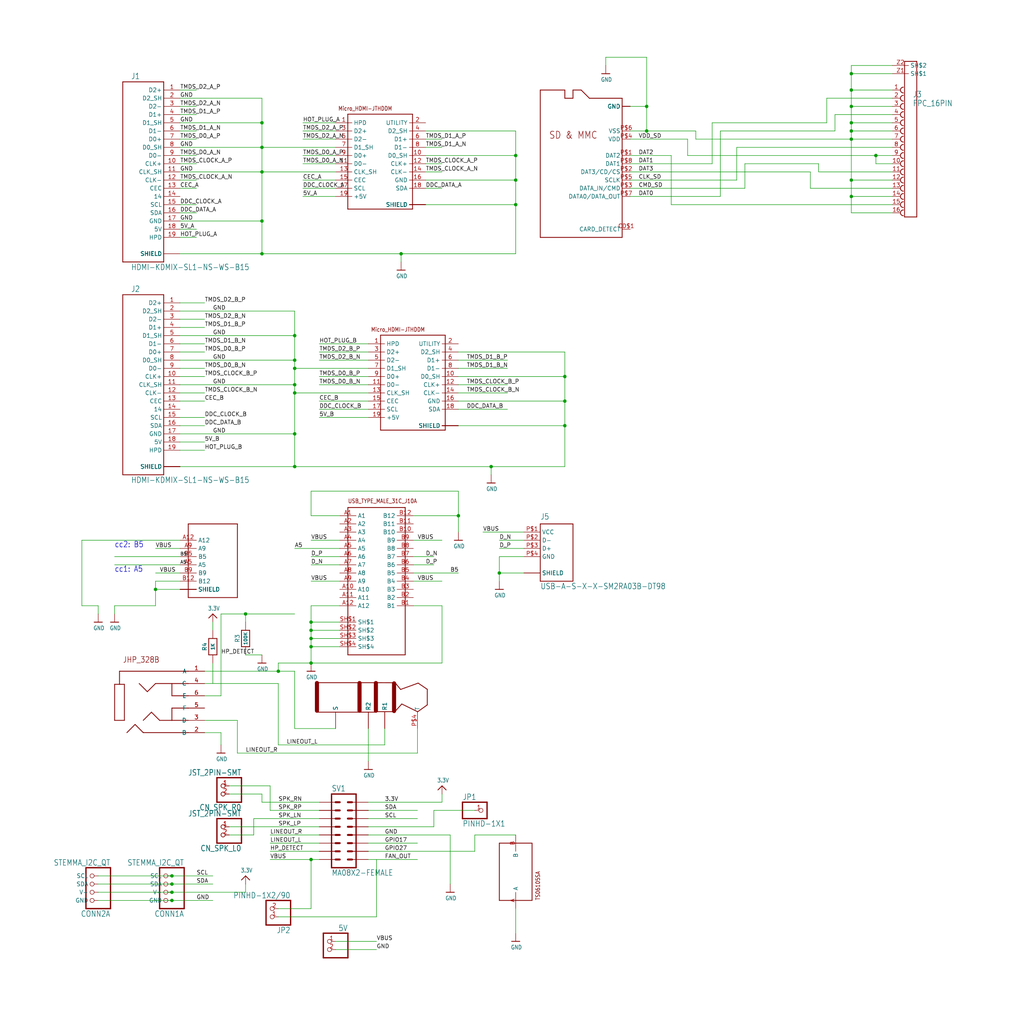
<source format=kicad_sch>
(kicad_sch (version 20231120) (generator "eeschema") (generator_version "8.0")
  (paper "User" 317.119 317.779)
  (junction (at 264.16 27.94))
  (junction (at 175.26 124.46))
  (junction (at 142.24 160.02))
  (junction (at 91.44 104.14))
  (junction (at 96.52 193.04))
  (junction (at 96.52 205.74))
  (junction (at 96.52 198.12))
  (junction (at 81.28 53.34))
  (junction (at 81.28 45.72))
  (junction (at 154.94 177.8))
  (junction (at 81.28 38.1))
  (junction (at 86.36 208.28))
  (junction (at 175.26 116.84))
  (junction (at 264.16 60.96))
  (junction (at 160.02 48.26))
  (junction (at 53.34 279.4))
  (junction (at 91.44 119.38))
  (junction (at 175.26 132.08))
  (junction (at 160.02 63.5))
  (junction (at 96.52 200.66))
  (junction (at 160.02 55.88))
  (junction (at 76.2 190.5))
  (junction (at 53.34 274.32))
  (junction (at 81.28 68.58))
  (junction (at 264.16 38.1))
  (junction (at 96.52 266.7))
  (junction (at 264.16 55.88))
  (junction (at 200.66 40.64))
  (junction (at 53.34 271.78))
  (junction (at 264.16 43.18))
  (junction (at 91.44 114.3))
  (junction (at 264.16 33.02))
  (junction (at 264.16 40.64))
  (junction (at 124.46 78.74))
  (junction (at 91.44 111.76))
  (junction (at 53.34 276.86))
  (junction (at 91.44 121.92))
  (junction (at 48.26 182.88))
  (junction (at 264.16 22.86))
  (junction (at 81.28 78.74))
  (junction (at 200.66 33.02))
  (junction (at 96.52 195.58))
  (junction (at 91.44 134.62))
  (junction (at 152.4 144.78))
  (junction (at 271.78 48.26))
  (junction (at 91.44 144.78))
  (wire (pts (xy 264.16 33.02) (xy 264.16 38.1)) (stroke (width 0.1524)))
  (wire (pts (xy 114.3 119.38) (xy 99.06 119.38)) (stroke (width 0.1524)))
  (wire (pts (xy 254 50.8) (xy 231.14 50.8)) (stroke (width 0.1524)))
  (wire (pts (xy 55.88 170.18) (xy 48.26 170.18)) (stroke (width 0.1524)))
  (wire (pts (xy 154.94 177.8) (xy 154.94 180.34)) (stroke (width 0.1524)))
  (wire (pts (xy 91.44 208.28) (xy 86.36 208.28)) (stroke (width 0.1524)))
  (wire (pts (xy 276.86 63.5) (xy 208.28 63.5)) (stroke (width 0.1524)))
  (wire (pts (xy 114.3 121.92) (xy 91.44 121.92)) (stroke (width 0.1524)))
  (wire (pts (xy 124.46 81.28) (xy 124.46 78.74)) (stroke (width 0.1524)))
  (wire (pts (xy 132.08 55.88) (xy 160.02 55.88)) (stroke (width 0.1524)))
  (wire (pts (xy 142.24 111.76) (xy 157.48 111.76)) (stroke (width 0.1524)))
  (wire (pts (xy 132.08 63.5) (xy 160.02 63.5)) (stroke (width 0.1524)))
  (wire (pts (xy 215.9 43.18) (xy 264.16 43.18)) (stroke (width 0.1524)))
  (wire (pts (xy 86.36 208.28) (xy 63.5 208.28)) (stroke (width 0.1524)))
  (wire (pts (xy 55.88 68.58) (xy 81.28 68.58)) (stroke (width 0.1524)))
  (wire (pts (xy 35.56 190.5) (xy 35.56 187.96)) (stroke (width 0.1524)))
  (wire (pts (xy 200.66 33.02) (xy 200.66 17.78)) (stroke (width 0.1524)))
  (wire (pts (xy 99.06 251.46) (xy 83.82 251.46)) (stroke (width 0.1524)))
  (wire (pts (xy 104.14 45.72) (xy 81.28 45.72)) (stroke (width 0.1524)))
  (wire (pts (xy 128.27 167.64) (xy 137.16 167.64)) (stroke (width 0.1524)))
  (wire (pts (xy 195.58 33.02) (xy 200.66 33.02)) (stroke (width 0.1524)))
  (wire (pts (xy 137.16 205.74) (xy 96.52 205.74)) (stroke (width 0.1524)))
  (wire (pts (xy 48.26 182.88) (xy 48.26 187.96)) (stroke (width 0.1524)))
  (wire (pts (xy 81.28 53.34) (xy 81.28 68.58)) (stroke (width 0.1524)))
  (wire (pts (xy 105.41 193.04) (xy 96.52 193.04)) (stroke (width 0.1524)))
  (wire (pts (xy 55.88 93.98) (xy 63.5 93.98)) (stroke (width 0.1524)))
  (wire (pts (xy 132.08 58.42) (xy 137.16 58.42)) (stroke (width 0.1524)))
  (wire (pts (xy 83.82 251.46) (xy 83.82 243.84)) (stroke (width 0.1524)))
  (wire (pts (xy 187.96 17.78) (xy 187.96 20.32)) (stroke (width 0.1524)))
  (wire (pts (xy 142.24 114.3) (xy 157.48 114.3)) (stroke (width 0.1524)))
  (wire (pts (xy 30.48 187.96) (xy 30.48 190.5)) (stroke (width 0.1524)))
  (wire (pts (xy 264.16 43.18) (xy 264.16 55.88)) (stroke (width 0.1524)))
  (wire (pts (xy 142.24 124.46) (xy 175.26 124.46)) (stroke (width 0.1524)))
  (wire (pts (xy 105.41 160.02) (xy 96.52 160.02)) (stroke (width 0.1524)))
  (wire (pts (xy 129.54 233.68) (xy 73.66 233.68)) (stroke (width 0.1524)))
  (wire (pts (xy 55.88 114.3) (xy 63.5 114.3)) (stroke (width 0.1524)))
  (wire (pts (xy 63.5 212.09) (xy 86.36 212.09)) (stroke (width 0.1524)))
  (wire (pts (xy 55.88 45.72) (xy 81.28 45.72)) (stroke (width 0.1524)))
  (wire (pts (xy 276.86 48.26) (xy 271.78 48.26)) (stroke (width 0.1524)))
  (wire (pts (xy 264.16 22.86) (xy 264.16 27.94)) (stroke (width 0.1524)))
  (wire (pts (xy 259.08 40.64) (xy 223.52 40.64)) (stroke (width 0.1524)))
  (wire (pts (xy 132.08 50.8) (xy 137.16 50.8)) (stroke (width 0.1524)))
  (wire (pts (xy 55.88 63.5) (xy 60.96 63.5)) (stroke (width 0.1524)))
  (wire (pts (xy 195.58 48.26) (xy 208.28 48.26)) (stroke (width 0.1524)))
  (wire (pts (xy 256.54 30.48) (xy 256.54 38.1)) (stroke (width 0.1524)))
  (wire (pts (xy 55.88 132.08) (xy 63.5 132.08)) (stroke (width 0.1524)))
  (wire (pts (xy 55.88 106.68) (xy 63.5 106.68)) (stroke (width 0.1524)))
  (wire (pts (xy 264.16 60.96) (xy 264.16 66.04)) (stroke (width 0.1524)))
  (wire (pts (xy 116.84 284.48) (xy 86.36 284.48)) (stroke (width 0.1524)))
  (wire (pts (xy 55.88 35.56) (xy 60.96 35.56)) (stroke (width 0.1524)))
  (wire (pts (xy 55.88 139.7) (xy 63.5 139.7)) (stroke (width 0.1524)))
  (wire (pts (xy 81.28 45.72) (xy 81.28 53.34)) (stroke (width 0.1524)))
  (wire (pts (xy 105.41 170.18) (xy 91.44 170.18)) (stroke (width 0.1524)))
  (wire (pts (xy 119.38 226.06) (xy 119.38 231.14)) (stroke (width 0.1524)))
  (wire (pts (xy 55.88 109.22) (xy 63.5 109.22)) (stroke (width 0.1524)))
  (wire (pts (xy 91.44 144.78) (xy 55.88 144.78)) (stroke (width 0.1524)))
  (wire (pts (xy 160.02 63.5) (xy 160.02 78.74)) (stroke (width 0.1524)))
  (wire (pts (xy 276.86 60.96) (xy 264.16 60.96)) (stroke (width 0.1524)))
  (wire (pts (xy 128.27 180.34) (xy 137.16 180.34)) (stroke (width 0.1524)))
  (wire (pts (xy 55.88 73.66) (xy 60.96 73.66)) (stroke (width 0.1524)))
  (wire (pts (xy 55.88 137.16) (xy 63.5 137.16)) (stroke (width 0.1524)))
  (wire (pts (xy 99.06 256.54) (xy 71.12 256.54)) (stroke (width 0.1524)))
  (wire (pts (xy 129.54 226.06) (xy 129.54 233.68)) (stroke (width 0.1524)))
  (wire (pts (xy 86.36 205.74) (xy 96.52 205.74)) (stroke (width 0.1524)))
  (wire (pts (xy 104.14 55.88) (xy 93.98 55.88)) (stroke (width 0.1524)))
  (wire (pts (xy 55.88 53.34) (xy 81.28 53.34)) (stroke (width 0.1524)))
  (wire (pts (xy 104.14 50.8) (xy 93.98 50.8)) (stroke (width 0.1524)))
  (wire (pts (xy 215.9 40.64) (xy 200.66 40.64)) (stroke (width 0.1524)))
  (wire (pts (xy 96.52 193.04) (xy 96.52 195.58)) (stroke (width 0.1524)))
  (wire (pts (xy 105.41 180.34) (xy 96.52 180.34)) (stroke (width 0.1524)))
  (wire (pts (xy 96.52 281.94) (xy 96.52 266.7)) (stroke (width 0.1524)))
  (wire (pts (xy 104.14 226.06) (xy 91.44 226.06)) (stroke (width 0.1524)))
  (wire (pts (xy 276.86 20.32) (xy 264.16 20.32)) (stroke (width 0.1524)))
  (wire (pts (xy 116.84 266.7) (xy 129.54 266.7)) (stroke (width 0.1524)))
  (wire (pts (xy 55.88 40.64) (xy 60.96 40.64)) (stroke (width 0.1524)))
  (wire (pts (xy 53.34 279.4) (xy 66.04 279.4)) (stroke (width 0.1524)))
  (wire (pts (xy 220.98 50.8) (xy 195.58 50.8)) (stroke (width 0.1524)))
  (wire (pts (xy 152.4 147.32) (xy 152.4 144.78)) (stroke (width 0.1524)))
  (wire (pts (xy 276.86 66.04) (xy 264.16 66.04)) (stroke (width 0.1524)))
  (wire (pts (xy 162.56 170.18) (xy 154.94 170.18)) (stroke (width 0.1524)))
  (wire (pts (xy 104.14 48.26) (xy 93.98 48.26)) (stroke (width 0.1524)))
  (wire (pts (xy 55.88 119.38) (xy 91.44 119.38)) (stroke (width 0.1524)))
  (wire (pts (xy 25.4 167.64) (xy 55.88 167.64)) (stroke (width 0.1524)))
  (wire (pts (xy 114.3 226.06) (xy 114.3 236.22)) (stroke (width 0.1524)))
  (wire (pts (xy 142.24 160.02) (xy 142.24 165.1)) (stroke (width 0.1524)))
  (wire (pts (xy 55.88 43.18) (xy 60.96 43.18)) (stroke (width 0.1524)))
  (wire (pts (xy 160.02 55.88) (xy 160.02 63.5)) (stroke (width 0.1524)))
  (wire (pts (xy 48.26 187.96) (xy 35.56 187.96)) (stroke (width 0.1524)))
  (wire (pts (xy 99.06 254) (xy 78.74 254)) (stroke (width 0.1524)))
  (wire (pts (xy 137.16 187.96) (xy 137.16 205.74)) (stroke (width 0.1524)))
  (wire (pts (xy 53.34 274.32) (xy 30.48 274.32)) (stroke (width 0.1524)))
  (wire (pts (xy 276.86 43.18) (xy 264.16 43.18)) (stroke (width 0.1524)))
  (wire (pts (xy 162.56 167.64) (xy 154.94 167.64)) (stroke (width 0.1524)))
  (wire (pts (xy 276.86 55.88) (xy 264.16 55.88)) (stroke (width 0.1524)))
  (wire (pts (xy 195.58 40.64) (xy 200.66 40.64)) (stroke (width 0.1524)))
  (wire (pts (xy 55.88 121.92) (xy 63.5 121.92)) (stroke (width 0.1524)))
  (wire (pts (xy 91.44 96.52) (xy 91.44 104.14)) (stroke (width 0.1524)))
  (wire (pts (xy 81.28 78.74) (xy 124.46 78.74)) (stroke (width 0.1524)))
  (wire (pts (xy 116.84 266.7) (xy 116.84 284.48)) (stroke (width 0.1524)))
  (wire (pts (xy 142.24 121.92) (xy 157.48 121.92)) (stroke (width 0.1524)))
  (wire (pts (xy 68.58 215.9) (xy 68.58 190.5)) (stroke (width 0.1524)))
  (wire (pts (xy 81.28 68.58) (xy 81.28 78.74)) (stroke (width 0.1524)))
  (wire (pts (xy 128.27 160.02) (xy 142.24 160.02)) (stroke (width 0.1524)))
  (wire (pts (xy 231.14 50.8) (xy 231.14 58.42)) (stroke (width 0.1524)))
  (wire (pts (xy 55.88 55.88) (xy 60.96 55.88)) (stroke (width 0.1524)))
  (wire (pts (xy 147.32 264.16) (xy 147.32 259.08)) (stroke (width 0.1524)))
  (wire (pts (xy 264.16 38.1) (xy 276.86 38.1)) (stroke (width 0.1524)))
  (wire (pts (xy 114.3 106.68) (xy 99.06 106.68)) (stroke (width 0.1524)))
  (wire (pts (xy 142.24 116.84) (xy 175.26 116.84)) (stroke (width 0.1524)))
  (wire (pts (xy 99.06 266.7) (xy 96.52 266.7)) (stroke (width 0.1524)))
  (wire (pts (xy 53.34 279.4) (xy 30.48 279.4)) (stroke (width 0.1524)))
  (wire (pts (xy 132.08 45.72) (xy 137.16 45.72)) (stroke (width 0.1524)))
  (wire (pts (xy 91.44 226.06) (xy 91.44 208.28)) (stroke (width 0.1524)))
  (wire (pts (xy 55.88 134.62) (xy 91.44 134.62)) (stroke (width 0.1524)))
  (wire (pts (xy 142.24 119.38) (xy 157.48 119.38)) (stroke (width 0.1524)))
  (wire (pts (xy 208.28 63.5) (xy 208.28 48.26)) (stroke (width 0.1524)))
  (wire (pts (xy 104.14 292.1) (xy 116.84 292.1)) (stroke (width 0.1524)))
  (wire (pts (xy 104.14 294.64) (xy 116.84 294.64)) (stroke (width 0.1524)))
  (wire (pts (xy 99.06 261.62) (xy 83.82 261.62)) (stroke (width 0.1524)))
  (wire (pts (xy 128.27 177.8) (xy 142.24 177.8)) (stroke (width 0.1524)))
  (wire (pts (xy 104.14 40.64) (xy 93.98 40.64)) (stroke (width 0.1524)))
  (wire (pts (xy 55.88 27.94) (xy 60.96 27.94)) (stroke (width 0.1524)))
  (wire (pts (xy 200.66 40.64) (xy 200.66 33.02)) (stroke (width 0.1524)))
  (wire (pts (xy 114.3 264.16) (xy 147.32 264.16)) (stroke (width 0.1524)))
  (wire (pts (xy 53.34 276.86) (xy 30.48 276.86)) (stroke (width 0.1524)))
  (wire (pts (xy 30.48 187.96) (xy 25.4 187.96)) (stroke (width 0.1524)))
  (wire (pts (xy 68.58 227.33) (xy 68.58 231.14)) (stroke (width 0.1524)))
  (wire (pts (xy 96.52 160.02) (xy 96.52 152.4)) (stroke (width 0.1524)))
  (wire (pts (xy 256.54 38.1) (xy 220.98 38.1)) (stroke (width 0.1524)))
  (wire (pts (xy 142.24 127) (xy 157.48 127)) (stroke (width 0.1524)))
  (wire (pts (xy 200.66 17.78) (xy 187.96 17.78)) (stroke (width 0.1524)))
  (wire (pts (xy 276.86 53.34) (xy 254 53.34)) (stroke (width 0.1524)))
  (wire (pts (xy 55.88 48.26) (xy 60.96 48.26)) (stroke (width 0.1524)))
  (wire (pts (xy 96.52 266.7) (xy 83.82 266.7)) (stroke (width 0.1524)))
  (wire (pts (xy 114.3 129.54) (xy 99.06 129.54)) (stroke (width 0.1524)))
  (wire (pts (xy 276.86 35.56) (xy 259.08 35.56)) (stroke (width 0.1524)))
  (wire (pts (xy 55.88 124.46) (xy 63.5 124.46)) (stroke (width 0.1524)))
  (wire (pts (xy 132.08 40.64) (xy 160.02 40.64)) (stroke (width 0.1524)))
  (wire (pts (xy 25.4 187.96) (xy 25.4 167.64)) (stroke (width 0.1524)))
  (wire (pts (xy 55.88 104.14) (xy 91.44 104.14)) (stroke (width 0.1524)))
  (wire (pts (xy 96.52 152.4) (xy 142.24 152.4)) (stroke (width 0.1524)))
  (wire (pts (xy 55.88 96.52) (xy 91.44 96.52)) (stroke (width 0.1524)))
  (wire (pts (xy 160.02 289.56) (xy 160.02 281.94)) (stroke (width 0.1524)))
  (wire (pts (xy 63.5 215.9) (xy 68.58 215.9)) (stroke (width 0.1524)))
  (wire (pts (xy 139.7 259.08) (xy 139.7 274.32)) (stroke (width 0.1524)))
  (wire (pts (xy 114.3 124.46) (xy 99.06 124.46)) (stroke (width 0.1524)))
  (wire (pts (xy 264.16 20.32) (xy 264.16 22.86)) (stroke (width 0.1524)))
  (wire (pts (xy 175.26 124.46) (xy 175.26 132.08)) (stroke (width 0.1524)))
  (wire (pts (xy 228.6 45.72) (xy 228.6 55.88)) (stroke (width 0.1524)))
  (wire (pts (xy 35.56 175.26) (xy 55.88 175.26)) (stroke (width 0.1524)))
  (wire (pts (xy 160.02 40.64) (xy 160.02 48.26)) (stroke (width 0.1524)))
  (wire (pts (xy 96.52 200.66) (xy 96.52 205.74)) (stroke (width 0.1524)))
  (wire (pts (xy 105.41 195.58) (xy 96.52 195.58)) (stroke (width 0.1524)))
  (wire (pts (xy 104.14 60.96) (xy 93.98 60.96)) (stroke (width 0.1524)))
  (wire (pts (xy 99.06 248.92) (xy 81.28 248.92)) (stroke (width 0.1524)))
  (wire (pts (xy 114.3 251.46) (xy 129.54 251.46)) (stroke (width 0.1524)))
  (wire (pts (xy 162.56 165.1) (xy 149.86 165.1)) (stroke (width 0.1524)))
  (wire (pts (xy 114.3 248.92) (xy 137.16 248.92)) (stroke (width 0.1524)))
  (wire (pts (xy 86.36 208.28) (xy 86.36 205.74)) (stroke (width 0.1524)))
  (wire (pts (xy 264.16 27.94) (xy 264.16 33.02)) (stroke (width 0.1524)))
  (wire (pts (xy 132.08 48.26) (xy 160.02 48.26)) (stroke (width 0.1524)))
  (wire (pts (xy 55.88 129.54) (xy 63.5 129.54)) (stroke (width 0.1524)))
  (wire (pts (xy 91.44 134.62) (xy 91.44 144.78)) (stroke (width 0.1524)))
  (wire (pts (xy 259.08 35.56) (xy 259.08 40.64)) (stroke (width 0.1524)))
  (wire (pts (xy 104.14 43.18) (xy 93.98 43.18)) (stroke (width 0.1524)))
  (wire (pts (xy 251.46 58.42) (xy 276.86 58.42)) (stroke (width 0.1524)))
  (wire (pts (xy 91.44 114.3) (xy 91.44 119.38)) (stroke (width 0.1524)))
  (wire (pts (xy 99.06 264.16) (xy 83.82 264.16)) (stroke (width 0.1524)))
  (wire (pts (xy 276.86 50.8) (xy 271.78 50.8)) (stroke (width 0.1524)))
  (wire (pts (xy 81.28 30.48) (xy 81.28 38.1)) (stroke (width 0.1524)))
  (wire (pts (xy 55.88 30.48) (xy 81.28 30.48)) (stroke (width 0.1524)))
  (wire (pts (xy 55.88 111.76) (xy 91.44 111.76)) (stroke (width 0.1524)))
  (wire (pts (xy 86.36 231.14) (xy 86.36 212.09)) (stroke (width 0.1524)))
  (wire (pts (xy 124.46 78.74) (xy 160.02 78.74)) (stroke (width 0.1524)))
  (wire (pts (xy 55.88 99.06) (xy 63.5 99.06)) (stroke (width 0.1524)))
  (wire (pts (xy 76.2 203.2) (xy 81.28 203.2)) (stroke (width 0.1524)))
  (wire (pts (xy 35.56 172.72) (xy 55.88 172.72)) (stroke (width 0.1524)))
  (wire (pts (xy 220.98 38.1) (xy 220.98 50.8)) (stroke (width 0.1524)))
  (wire (pts (xy 114.3 127) (xy 99.06 127)) (stroke (width 0.1524)))
  (wire (pts (xy 81.28 248.92) (xy 81.28 246.38)) (stroke (width 0.1524)))
  (wire (pts (xy 105.41 175.26) (xy 96.52 175.26)) (stroke (width 0.1524)))
  (wire (pts (xy 55.88 182.88) (xy 48.26 182.88)) (stroke (width 0.1524)))
  (wire (pts (xy 55.88 66.04) (xy 60.96 66.04)) (stroke (width 0.1524)))
  (wire (pts (xy 223.52 60.96) (xy 195.58 60.96)) (stroke (width 0.1524)))
  (wire (pts (xy 276.86 33.02) (xy 264.16 33.02)) (stroke (width 0.1524)))
  (wire (pts (xy 48.26 180.34) (xy 48.26 182.88)) (stroke (width 0.1524)))
  (wire (pts (xy 175.26 109.22) (xy 175.26 116.84)) (stroke (width 0.1524)))
  (wire (pts (xy 96.52 195.58) (xy 96.52 198.12)) (stroke (width 0.1524)))
  (wire (pts (xy 114.3 254) (xy 129.54 254)) (stroke (width 0.1524)))
  (wire (pts (xy 76.2 190.5) (xy 91.44 190.5)) (stroke (width 0.1524)))
  (wire (pts (xy 137.16 246.38) (xy 137.16 248.92)) (stroke (width 0.1524)))
  (wire (pts (xy 132.08 43.18) (xy 137.16 43.18)) (stroke (width 0.1524)))
  (wire (pts (xy 81.28 38.1) (xy 81.28 45.72)) (stroke (width 0.1524)))
  (wire (pts (xy 76.2 274.32) (xy 76.2 276.86)) (stroke (width 0.1524)))
  (wire (pts (xy 55.88 177.8) (xy 48.26 177.8)) (stroke (width 0.1524)))
  (wire (pts (xy 55.88 78.74) (xy 81.28 78.74)) (stroke (width 0.1524)))
  (wire (pts (xy 114.3 259.08) (xy 139.7 259.08)) (stroke (width 0.1524)))
  (wire (pts (xy 119.38 231.14) (xy 86.36 231.14)) (stroke (width 0.1524)))
  (wire (pts (xy 91.44 144.78) (xy 152.4 144.78)) (stroke (width 0.1524)))
  (wire (pts (xy 147.32 251.46) (xy 134.62 251.46)) (stroke (width 0.1524)))
  (wire (pts (xy 105.41 172.72) (xy 96.52 172.72)) (stroke (width 0.1524)))
  (wire (pts (xy 91.44 121.92) (xy 91.44 134.62)) (stroke (width 0.1524)))
  (wire (pts (xy 104.14 58.42) (xy 93.98 58.42)) (stroke (width 0.1524)))
  (wire (pts (xy 96.52 281.94) (xy 86.36 281.94)) (stroke (width 0.1524)))
  (wire (pts (xy 276.86 22.86) (xy 264.16 22.86)) (stroke (width 0.1524)))
  (wire (pts (xy 114.3 109.22) (xy 99.06 109.22)) (stroke (width 0.1524)))
  (wire (pts (xy 55.88 38.1) (xy 81.28 38.1)) (stroke (width 0.1524)))
  (wire (pts (xy 73.66 223.52) (xy 63.5 223.52)) (stroke (width 0.1524)))
  (wire (pts (xy 73.66 233.68) (xy 73.66 223.52)) (stroke (width 0.1524)))
  (wire (pts (xy 128.27 172.72) (xy 134.62 172.72)) (stroke (width 0.1524)))
  (wire (pts (xy 114.3 114.3) (xy 91.44 114.3)) (stroke (width 0.1524)))
  (wire (pts (xy 134.62 251.46) (xy 134.62 256.54)) (stroke (width 0.1524)))
  (wire (pts (xy 271.78 50.8) (xy 271.78 48.26)) (stroke (width 0.1524)))
  (wire (pts (xy 53.34 271.78) (xy 66.04 271.78)) (stroke (width 0.1524)))
  (wire (pts (xy 55.88 33.02) (xy 60.96 33.02)) (stroke (width 0.1524)))
  (wire (pts (xy 76.2 190.5) (xy 68.58 190.5)) (stroke (width 0.1524)))
  (wire (pts (xy 223.52 40.64) (xy 223.52 60.96)) (stroke (width 0.1524)))
  (wire (pts (xy 271.78 48.26) (xy 213.36 48.26)) (stroke (width 0.1524)))
  (wire (pts (xy 132.08 53.34) (xy 137.16 53.34)) (stroke (width 0.1524)))
  (wire (pts (xy 264.16 55.88) (xy 264.16 60.96)) (stroke (width 0.1524)))
  (wire (pts (xy 76.2 190.5) (xy 76.2 193.04)) (stroke (width 0.1524)))
  (wire (pts (xy 128.27 175.26) (xy 134.62 175.26)) (stroke (width 0.1524)))
  (wire (pts (xy 105.41 198.12) (xy 96.52 198.12)) (stroke (width 0.1524)))
  (wire (pts (xy 264.16 38.1) (xy 264.16 40.64)) (stroke (width 0.1524)))
  (wire (pts (xy 76.2 276.86) (xy 53.34 276.86)) (stroke (width 0.1524)))
  (wire (pts (xy 142.24 152.4) (xy 142.24 160.02)) (stroke (width 0.1524)))
  (wire (pts (xy 104.14 38.1) (xy 93.98 38.1)) (stroke (width 0.1524)))
  (wire (pts (xy 147.32 259.08) (xy 160.02 259.08)) (stroke (width 0.1524)))
  (wire (pts (xy 55.88 71.12) (xy 60.96 71.12)) (stroke (width 0.1524)))
  (wire (pts (xy 53.34 274.32) (xy 66.04 274.32)) (stroke (width 0.1524)))
  (wire (pts (xy 55.88 58.42) (xy 60.96 58.42)) (stroke (width 0.1524)))
  (wire (pts (xy 215.9 43.18) (xy 215.9 40.64)) (stroke (width 0.1524)))
  (wire (pts (xy 114.3 261.62) (xy 129.54 261.62)) (stroke (width 0.1524)))
  (wire (pts (xy 66.04 195.58) (xy 66.04 193.04)) (stroke (width 0.1524)))
  (wire (pts (xy 276.86 40.64) (xy 264.16 40.64)) (stroke (width 0.1524)))
  (wire (pts (xy 213.36 48.26) (xy 213.36 43.18)) (stroke (width 0.1524)))
  (wire (pts (xy 114.3 116.84) (xy 99.06 116.84)) (stroke (width 0.1524)))
  (wire (pts (xy 276.86 27.94) (xy 264.16 27.94)) (stroke (width 0.1524)))
  (wire (pts (xy 78.74 254) (xy 78.74 259.08)) (stroke (width 0.1524)))
  (wire (pts (xy 251.46 53.34) (xy 251.46 58.42)) (stroke (width 0.1524)))
  (wire (pts (xy 78.74 259.08) (xy 71.12 259.08)) (stroke (width 0.1524)))
  (wire (pts (xy 91.44 119.38) (xy 91.44 121.92)) (stroke (width 0.1524)))
  (wire (pts (xy 104.14 53.34) (xy 81.28 53.34)) (stroke (width 0.1524)))
  (wire (pts (xy 231.14 58.42) (xy 195.58 58.42)) (stroke (width 0.1524)))
  (wire (pts (xy 162.56 172.72) (xy 154.94 172.72)) (stroke (width 0.1524)))
  (wire (pts (xy 63.5 227.33) (xy 68.58 227.33)) (stroke (width 0.1524)))
  (wire (pts (xy 55.88 116.84) (xy 63.5 116.84)) (stroke (width 0.1524)))
  (wire (pts (xy 251.46 53.34) (xy 195.58 53.34)) (stroke (width 0.1524)))
  (wire (pts (xy 154.94 172.72) (xy 154.94 177.8)) (stroke (width 0.1524)))
  (wire (pts (xy 96.52 187.96) (xy 96.52 193.04)) (stroke (width 0.1524)))
  (wire (pts (xy 55.88 101.6) (xy 63.5 101.6)) (stroke (width 0.1524)))
  (wire (pts (xy 142.24 109.22) (xy 175.26 109.22)) (stroke (width 0.1524)))
  (wire (pts (xy 175.26 144.78) (xy 175.26 132.08)) (stroke (width 0.1524)))
  (wire (pts (xy 213.36 43.18) (xy 195.58 43.18)) (stroke (width 0.1524)))
  (wire (pts (xy 114.3 111.76) (xy 99.06 111.76)) (stroke (width 0.1524)))
  (wire (pts (xy 134.62 256.54) (xy 114.3 256.54)) (stroke (width 0.1524)))
  (wire (pts (xy 114.3 266.7) (xy 116.84 266.7)) (stroke (width 0.1524)))
  (wire (pts (xy 105.41 200.66) (xy 96.52 200.66)) (stroke (width 0.1524)))
  (wire (pts (xy 96.52 198.12) (xy 96.52 200.66)) (stroke (width 0.1524)))
  (wire (pts (xy 276.86 30.48) (xy 256.54 30.48)) (stroke (width 0.1524)))
  (wire (pts (xy 175.26 116.84) (xy 175.26 124.46)) (stroke (width 0.1524)))
  (wire (pts (xy 55.88 50.8) (xy 60.96 50.8)) (stroke (width 0.1524)))
  (wire (pts (xy 264.16 40.64) (xy 264.16 43.18)) (stroke (width 0.1524)))
  (wire (pts (xy 276.86 45.72) (xy 228.6 45.72)) (stroke (width 0.1524)))
  (wire (pts (xy 142.24 132.08) (xy 175.26 132.08)) (stroke (width 0.1524)))
  (wire (pts (xy 81.28 246.38) (xy 71.12 246.38)) (stroke (width 0.1524)))
  (wire (pts (xy 91.44 104.14) (xy 91.44 111.76)) (stroke (width 0.1524)))
  (wire (pts (xy 66.04 205.74) (xy 66.04 212.09)) (stroke (width 0.1524)))
  (wire (pts (xy 254 53.34) (xy 254 50.8)) (stroke (width 0.1524)))
  (wire (pts (xy 91.44 111.76) (xy 91.44 114.3)) (stroke (width 0.1524)))
  (wire (pts (xy 128.27 187.96) (xy 137.16 187.96)) (stroke (width 0.1524)))
  (wire (pts (xy 228.6 55.88) (xy 195.58 55.88)) (stroke (width 0.1524)))
  (wire (pts (xy 154.94 177.8) (xy 162.56 177.8)) (stroke (width 0.1524)))
  (wire (pts (xy 53.34 271.78) (xy 30.48 271.78)) (stroke (width 0.1524)))
  (wire (pts (xy 160.02 48.26) (xy 160.02 55.88)) (stroke (width 0.1524)))
  (wire (pts (xy 55.88 180.34) (xy 48.26 180.34)) (stroke (width 0.1524)))
  (wire (pts (xy 83.82 243.84) (xy 71.12 243.84)) (stroke (width 0.1524)))
  (wire (pts (xy 99.06 259.08) (xy 83.82 259.08)) (stroke (width 0.1524)))
  (wire (pts (xy 152.4 144.78) (xy 175.26 144.78)) (stroke (width 0.1524)))
  (wire (pts (xy 105.41 167.64) (xy 96.52 167.64)) (stroke (width 0.1524)))
  (wire (pts (xy 105.41 187.96) (xy 96.52 187.96)) (stroke (width 0.1524)))
  (text "cc1: A5" (at 35.56 177.8 0) (effects (font (size 1.778 1.5113)) (justify left bottom)))
  (text "cc2: B5" (at 35.56 170.18 0) (effects (font (size 1.778 1.5113)) (justify left bottom)))
  (label "CEC_A" (at 93.98 55.88 0) (effects (font (size 1.2446 1.2446))))
  (label "GND" (at 66.04 96.52 0) (effects (font (size 1.2446 1.2446))))
  (label "D_P" (at 96.52 172.72 0) (effects (font (size 1.2446 1.2446))))
  (label "GND" (at 55.88 45.72 0) (effects (font (size 1.2446 1.2446))))
  (label "TMDS_D2_A_P" (at 55.88 27.94 0) (effects (font (size 1.2446 1.2446))))
  (label "TMDS_D2_B_P" (at 63.5 93.98 0) (effects (font (size 1.2446 1.2446))))
  (label "LINEOUT_L" (at 88.9 231.14 0) (effects (font (size 1.2446 1.2446))))
  (label "CEC_B" (at 63.5 124.46 0) (effects (font (size 1.2446 1.2446))))
  (label "HOT_PLUG_B" (at 63.5 139.7 0) (effects (font (size 1.2446 1.2446))))
  (label "TMDS_D2_B_N" (at 99.06 111.76 0) (effects (font (size 1.2446 1.2446))))
  (label "DAT2" (at 198.12 48.26 0) (effects (font (size 1.2446 1.2446))))
  (label "GND" (at 66.04 119.38 0) (effects (font (size 1.2446 1.2446))))
  (label "GND" (at 55.88 68.58 0) (effects (font (size 1.2446 1.2446))))
  (label "TMDS_D0_B_P" (at 99.06 116.84 0) (effects (font (size 1.2446 1.2446))))
  (label "TMDS_D1_A_N" (at 55.88 40.64 0) (effects (font (size 1.2446 1.2446))))
  (label "VBUS" (at 129.54 167.64 0) (effects (font (size 1.2446 1.2446))))
  (label "SPK_LP" (at 86.36 256.54 0) (effects (font (size 1.2446 1.2446))))
  (label "FAN_OUT" (at 119.38 266.7 0) (effects (font (size 1.2446 1.2446))))
  (label "DDC_DATA_A" (at 55.88 66.04 0) (effects (font (size 1.2446 1.2446))))
  (label "D_N" (at 154.94 167.64 0) (effects (font (size 1.2446 1.2446))))
  (label "TMDS_CLOCK_A_P" (at 132.08 50.8 0) (effects (font (size 1.2446 1.2446))))
  (label "TMDS_D2_B_N" (at 63.5 99.06 0) (effects (font (size 1.2446 1.2446))))
  (label "GND" (at 116.84 294.64 0) (effects (font (size 1.2446 1.2446))))
  (label "D_P" (at 132.08 175.26 0) (effects (font (size 1.2446 1.2446))))
  (label "A5" (at 91.44 170.18 0) (effects (font (size 1.2446 1.2446))))
  (label "GND" (at 66.04 134.62 0) (effects (font (size 1.2446 1.2446))))
  (label "LINEOUT_L" (at 83.82 261.62 0) (effects (font (size 1.2446 1.2446))))
  (label "5V_A" (at 55.88 71.12 0) (effects (font (size 1.2446 1.2446))))
  (label "TMDS_D0_A_N" (at 55.88 48.26 0) (effects (font (size 1.2446 1.2446))))
  (label "SCL" (at 119.38 254 0) (effects (font (size 1.2446 1.2446))))
  (label "VBUS" (at 96.52 167.64 0) (effects (font (size 1.2446 1.2446))))
  (label "VBUS" (at 83.82 266.7 0) (effects (font (size 1.2446 1.2446))))
  (label "DAT1" (at 198.12 50.8 0) (effects (font (size 1.2446 1.2446))))
  (label "5V_B" (at 63.5 137.16 0) (effects (font (size 1.2446 1.2446))))
  (label "DAT0" (at 198.12 60.96 0) (effects (font (size 1.2446 1.2446))))
  (label "VBUS" (at 129.54 180.34 0) (effects (font (size 1.2446 1.2446))))
  (label "B5" (at 139.7 177.8 0) (effects (font (size 1.2446 1.2446))))
  (label "TMDS_D0_B_N" (at 63.5 114.3 0) (effects (font (size 1.2446 1.2446))))
  (label "TMDS_CLOCK_B_P" (at 63.5 116.84 0) (effects (font (size 1.2446 1.2446))))
  (label "SCL" (at 60.96 271.78 0) (effects (font (size 1.2446 1.2446))))
  (label "CEC_A" (at 55.88 58.42 0) (effects (font (size 1.2446 1.2446))))
  (label "VDD_SD" (at 198.12 43.18 0) (effects (font (size 1.2446 1.2446))))
  (label "HP_DETECT" (at 68.58 203.2 0) (effects (font (size 1.2446 1.2446))))
  (label "TMDS_D1_B_N" (at 63.5 106.68 0) (effects (font (size 1.2446 1.2446))))
  (label "HOT_PLUG_B" (at 99.06 106.68 0) (effects (font (size 1.2446 1.2446))))
  (label "DDC_DATA_B" (at 144.78 127 0) (effects (font (size 1.2446 1.2446))))
  (label "VBUS" (at 48.26 170.18 0) (effects (font (size 1.2446 1.2446))))
  (label "HP_DETECT" (at 83.82 264.16 0) (effects (font (size 1.2446 1.2446))))
  (label "TMDS_CLOCK_A_N" (at 132.08 53.34 0) (effects (font (size 1.2446 1.2446))))
  (label "SDA" (at 60.96 274.32 0) (effects (font (size 1.2446 1.2446))))
  (label "GPIO17" (at 119.38 261.62 0) (effects (font (size 1.2446 1.2446))))
  (label "DDC_CLOCK_A" (at 93.98 58.42 0) (effects (font (size 1.2446 1.2446))))
  (label "VBUS" (at 149.86 165.1 0) (effects (font (size 1.2446 1.2446))))
  (label "DDC_CLOCK_A" (at 55.88 63.5 0) (effects (font (size 1.2446 1.2446))))
  (label "5V_A" (at 93.98 60.96 0) (effects (font (size 1.2446 1.2446))))
  (label "TMDS_D0_A_N" (at 93.98 50.8 0) (effects (font (size 1.2446 1.2446))))
  (label "DDC_CLOCK_B" (at 63.5 129.54 0) (effects (font (size 1.2446 1.2446))))
  (label "3.3V" (at 119.38 248.92 0) (effects (font (size 1.2446 1.2446))))
  (label "CEC_B" (at 99.06 124.46 0) (effects (font (size 1.2446 1.2446))))
  (label "D_P" (at 154.94 170.18 0) (effects (font (size 1.2446 1.2446))))
  (label "CLK_SD" (at 198.12 55.88 0) (effects (font (size 1.2446 1.2446))))
  (label "DDC_DATA_A" (at 132.08 58.42 0) (effects (font (size 1.2446 1.2446))))
  (label "TMDS_D1_B_N" (at 144.78 114.3 0) (effects (font (size 1.2446 1.2446))))
  (label "SPK_RN" (at 86.36 248.92 0) (effects (font (size 1.2446 1.2446))))
  (label "TMDS_CLOCK_A_N" (at 55.88 55.88 0) (effects (font (size 1.2446 1.2446))))
  (label "TMDS_D2_A_N" (at 55.88 33.02 0) (effects (font (size 1.2446 1.2446))))
  (label "SPK_RP" (at 86.36 251.46 0) (effects (font (size 1.2446 1.2446))))
  (label "TMDS_D0_A_P" (at 93.98 48.26 0) (effects (font (size 1.2446 1.2446))))
  (label "GND" (at 60.96 279.4 0) (effects (font (size 1.2446 1.2446))))
  (label "DDC_CLOCK_B" (at 99.06 127 0) (effects (font (size 1.2446 1.2446))))
  (label "TMDS_D2_A_N" (at 93.98 43.18 0) (effects (font (size 1.2446 1.2446))))
  (label "A5" (at 55.88 175.26 0) (effects (font (size 1.016 1.016))))
  (label "VBUS" (at 96.52 180.34 0) (effects (font (size 1.2446 1.2446))))
  (label "SDA" (at 119.38 251.46 0) (effects (font (size 1.2446 1.2446))))
  (label "TMDS_D1_B_P" (at 63.5 101.6 0) (effects (font (size 1.2446 1.2446))))
  (label "HOT_PLUG_A" (at 55.88 73.66 0) (effects (font (size 1.2446 1.2446))))
  (label "VBUS" (at 116.84 292.1 0) (effects (font (size 1.2446 1.2446))))
  (label "GND" (at 55.88 30.48 0) (effects (font (size 1.2446 1.2446))))
  (label "HOT_PLUG_A" (at 93.98 38.1 0) (effects (font (size 1.2446 1.2446))))
  (label "TMDS_D0_B_P" (at 63.5 109.22 0) (effects (font (size 1.2446 1.2446))))
  (label "TMDS_D2_B_P" (at 99.06 109.22 0) (effects (font (size 1.2446 1.2446))))
  (label "VBUS" (at 49.53 177.8 0) (effects (font (size 1.2446 1.2446))))
  (label "TMDS_D1_A_N" (at 132.08 45.72 0) (effects (font (size 1.2446 1.2446))))
  (label "GPIO27" (at 119.38 264.16 0) (effects (font (size 1.2446 1.2446))))
  (label "TMDS_CLOCK_B_P" (at 144.78 119.38 0) (effects (font (size 1.2446 1.2446))))
  (label "DDC_DATA_B" (at 63.5 132.08 0) (effects (font (size 1.2446 1.2446))))
  (label "GND" (at 66.04 104.14 0) (effects (font (size 1.2446 1.2446))))
  (label "DAT3" (at 198.12 53.34 0) (effects (font (size 1.2446 1.2446))))
  (label "LINEOUT_R" (at 83.82 259.08 0) (effects (font (size 1.2446 1.2446))))
  (label "CMD_SD" (at 198.12 58.42 0) (effects (font (size 1.2446 1.2446))))
  (label "LINEOUT_R" (at 76.2 233.68 0) (effects (font (size 1.2446 1.2446))))
  (label "GND" (at 66.04 111.76 0) (effects (font (size 1.2446 1.2446))))
  (label "5V_B" (at 99.06 129.54 0) (effects (font (size 1.2446 1.2446))))
  (label "TMDS_CLOCK_B_N" (at 63.5 121.92 0) (effects (font (size 1.2446 1.2446))))
  (label "GND" (at 55.88 38.1 0) (effects (font (size 1.2446 1.2446))))
  (label "TMDS_D1_A_P" (at 132.08 43.18 0) (effects (font (size 1.2446 1.2446))))
  (label "TMDS_CLOCK_B_N" (at 144.78 121.92 0) (effects (font (size 1.2446 1.2446))))
  (label "TMDS_CLOCK_A_P" (at 55.88 50.8 0) (effects (font (size 1.2446 1.2446))))
  (label "TMDS_D2_A_P" (at 93.98 40.64 0) (effects (font (size 1.2446 1.2446))))
  (label "GND" (at 55.88 53.34 0) (effects (font (size 1.2446 1.2446))))
  (label "D_N" (at 132.08 172.72 0) (effects (font (size 1.2446 1.2446))))
  (label "TMDS_D0_A_P" (at 55.88 43.18 0) (effects (font (size 1.2446 1.2446))))
  (label "GND" (at 119.38 259.08 0) (effects (font (size 1.2446 1.2446))))
  (label "B5" (at 55.88 172.72 0) (effects (font (size 1.016 1.016))))
  (label "TMDS_D1_A_P" (at 55.88 35.56 0) (effects (font (size 1.2446 1.2446))))
  (label "TMDS_D0_B_N" (at 99.06 119.38 0) (effects (font (size 1.2446 1.2446))))
  (label "SPK_LN" (at 86.36 254 0) (effects (font (size 1.2446 1.2446))))
  (label "D_N" (at 96.52 175.26 0) (effects (font (size 1.2446 1.2446))))
  (label "TMDS_D1_B_P" (at 144.78 111.76 0) (effects (font (size 1.2446 1.2446))))
  (symbol (lib_id "ubo:GND") (at 124.46 83.82 0) (unit 1)
    (property "Reference" "#U$13" (effects (hide yes)))
    (property "Value" "GND" (at 122.936 86.36 0) (effects (font (size 1.27 1.0795)) (justify left bottom)))
  )
  (symbol (lib_id "ubo:GND") (at 96.52 208.28 0) (unit 1)
    (property "Reference" "#U$8" (effects (hide yes)))
    (property "Value" "GND" (at 94.996 210.82 0) (effects (font (size 1.27 1.0795)) (justify left bottom)))
  )
  (symbol (lib_id "ubo:GND") (at 160.02 292.1 0) (unit 1)
    (property "Reference" "#U$15" (effects (hide yes)))
    (property "Value" "GND" (at 158.496 294.64 0) (effects (font (size 1.27 1.0795)) (justify left bottom)))
  )
  (symbol (lib_id "ubo:USB-20C-F-06CD-1") (at 68.58 175.26 0) (unit 1)
    (property "Reference" "U2" (effects (hide yes)))
    (property "Value" "USB-20C-F-06CD-1" (effects (hide yes)))
    (property "Footprint" "Uno_side_v1.5.2_newFPC:USB_20C_F_60CD" (effects (hide yes)))
  )
  (symbol (lib_id "ubo:JST_2PIN-SMT") (at 101.6 292.1 180) (unit 1)
    (property "Reference" "UNK5V0" (effects (hide yes)))
    (property "Value" "5V" (at 107.95 287.02 0) (effects (font (size 1.778 1.5113)) (justify left bottom)))
    (property "Footprint" "Uno_side_v1.5.2_newFPC:JST-PH-2-SMT" (effects (hide yes)))
  )
  (symbol (lib_id "ubo:MICRO_HDMI_JTHDDM") (at 116.84 50.8 0) (unit 1)
    (property "Reference" "MICROHDMI1" (effects (hide yes)))
    (property "Value" "MICRO_HDMI_JTHDDM" (effects (hide yes)))
    (property "Footprint" "Uno_side_v1.5.2_newFPC:MICRO_HDMI_JTHDDM" (effects (hide yes)))
  )
  (symbol (lib_id "ubo:USB_TYPE_MALE_31C_J10C") (at 116.84 172.72 0) (unit 1)
    (property "Reference" "USBC0" (effects (hide yes)))
    (property "Value" "USB_TYPE_MALE_31C_J10C" (effects (hide yes)))
    (property "Footprint" "Uno_side_v1.5.2_newFPC:USB_TYPE_MALE_31C_J10A" (effects (hide yes)))
  )
  (symbol (lib_id "ubo:STEMMA_I2C_QT") (at 53.34 274.32 180) (unit 1)
    (property "Reference" "CONN1" (at 57.15 282.575 0) (effects (font (size 1.778 1.5113)) (justify left bottom)))
    (property "Value" "STEMMA_I2C_QT" (at 57.15 266.7 0) (effects (font (size 1.778 1.5113)) (justify left bottom)))
    (property "Footprint" "Uno_side_v1.5.2_newFPC:JST_SH4" (effects (hide yes)))
  )
  (symbol (lib_id "ubo:PINHD-1X2/90") (at 83.82 281.94 180) (unit 1)
    (property "Reference" "JP2" (at 90.17 287.655 0) (effects (font (size 1.778 1.5113)) (justify left bottom)))
    (property "Value" "PINHD-1X2/90" (at 90.17 276.86 0) (effects (font (size 1.778 1.5113)) (justify left bottom)))
    (property "Footprint" "Uno_side_v1.5.2_newFPC:1X02_90" (effects (hide yes)))
  )
  (symbol (lib_id "ubo:GND") (at 30.48 193.04 0) (unit 1)
    (property "Reference" "#U$6" (effects (hide yes)))
    (property "Value" "GND" (at 28.956 195.58 0) (effects (font (size 1.27 1.0795)) (justify left bottom)))
  )
  (symbol (lib_id "ubo:MA08X2-FEMALE") (at 106.68 259.08 0) (unit 1)
    (property "Reference" "SV1" (at 102.87 245.618 0) (effects (font (size 1.778 1.5113)) (justify left bottom)))
    (property "Value" "MA08X2-FEMALE" (at 102.87 271.78 0) (effects (font (size 1.778 1.5113)) (justify left bottom)))
    (property "Footprint" "Uno_side_v1.5.2_newFPC:MA08X2-FEMALE" (effects (hide yes)))
  )
  (symbol (lib_id "ubo:3.3V") (at 76.2 271.78 0) (unit 1)
    (property "Reference" "#U$14" (effects (hide yes)))
    (property "Value" "3.3V" (at 74.676 270.764 0) (effects (font (size 1.27 1.0795)) (justify left bottom)))
  )
  (symbol (lib_id "ubo:USB-A-S-X-X-SM2RA03B-DT98") (at 172.72 170.18 0) (unit 1)
    (property "Reference" "J5" (at 167.64 161.29 0) (effects (font (size 1.778 1.5113)) (justify left bottom)))
    (property "Value" "USB-A-S-X-X-SM2RA03B-DT98" (at 167.64 182.88 0) (effects (font (size 1.778 1.5113)) (justify left bottom)))
    (property "Footprint" "Uno_side_v1.5.2_newFPC:USB-A-RA03B-DT98" (effects (hide yes)))
  )
  (symbol (lib_id "ubo:GND") (at 139.7 276.86 0) (unit 1)
    (property "Reference" "#U$21" (effects (hide yes)))
    (property "Value" "GND" (at 138.176 279.4 0) (effects (font (size 1.27 1.0795)) (justify left bottom)))
  )
  (symbol (lib_id "ubo:GND") (at 187.96 22.86 0) (unit 1)
    (property "Reference" "#U$19" (effects (hide yes)))
    (property "Value" "GND" (at 186.436 25.4 0) (effects (font (size 1.27 1.0795)) (justify left bottom)))
  )
  (symbol (lib_id "ubo:GND") (at 68.58 233.68 0) (unit 1)
    (property "Reference" "#U$22" (effects (hide yes)))
    (property "Value" "GND" (at 67.056 236.22 0) (effects (font (size 1.27 1.0795)) (justify left bottom)))
  )
  (symbol (lib_id "ubo:RESISTOR_0603") (at 76.2 198.12 90) (unit 1)
    (property "Reference" "R3" (at 73.66 198.12 0))
    (property "Value" "100K" (at 76.2 198.12 0) (effects (font (size 1.016 1.016) (bold yes))))
    (property "Footprint" "Uno_side_v1.5.2_newFPC:_0603" (effects (hide yes)))
  )
  (symbol (lib_id "ubo:MICROSDTF01-H1.8") (at 177.8 53.34 180) (unit 1)
    (property "Reference" "U4" (effects (hide yes)))
    (property "Value" "MICROSDTF01-H1.8" (effects (hide yes)))
    (property "Footprint" "Uno_side_v1.5.2_newFPC:MICROSDTF-01-H1.8" (effects (hide yes)))
  )
  (symbol (lib_id "ubo:PINHD-1X1") (at 149.86 251.46 0) (unit 1)
    (property "Reference" "JP1" (at 143.51 248.285 0) (effects (font (size 1.778 1.5113)) (justify left bottom)))
    (property "Value" "PINHD-1X1" (at 143.51 256.54 0) (effects (font (size 1.778 1.5113)) (justify left bottom)))
    (property "Footprint" "Uno_side_v1.5.2_newFPC:1X01" (effects (hide yes)))
  )
  (symbol (lib_id "ubo:GND") (at 142.24 167.64 0) (unit 1)
    (property "Reference" "#U$9" (effects (hide yes)))
    (property "Value" "GND" (at 140.716 170.18 0) (effects (font (size 1.27 1.0795)) (justify left bottom)))
  )
  (symbol (lib_id "ubo:TS06105SA") (at 160.02 271.78 90) (unit 1)
    (property "Reference" "U3" (effects (hide yes)))
    (property "Value" "TS06105SA" (effects (hide yes)))
    (property "Footprint" "Uno_side_v1.5.2_newFPC:TS-06105SA-1" (effects (hide yes)))
  )
  (symbol (lib_id "ubo:FPC_16PIN") (at 281.94 48.26 0) (unit 1)
    (property "Reference" "J3" (at 283.21 30.242 0) (effects (font (size 1.778 1.5113)) (justify left bottom)))
    (property "Value" "FPC_16PIN" (at 283.21 33.02 0) (effects (font (size 1.778 1.5113)) (justify left bottom)))
    (property "Footprint" "Uno_side_v1.5.2_newFPC:FPC_16PIN_05MM" (effects (hide yes)))
  )
  (symbol (lib_id "ubo:GND") (at 154.94 182.88 0) (unit 1)
    (property "Reference" "#U$7" (effects (hide yes)))
    (property "Value" "GND" (at 153.416 185.42 0) (effects (font (size 1.27 1.0795)) (justify left bottom)))
  )
  (symbol (lib_id "ubo:AUDIO_3.5MMJACK_MALE") (at 109.22 215.9 0) (unit 1)
    (property "Reference" "AUD_CON0" (effects (hide yes)))
    (property "Value" "AUDIO_3.5MMJACK_MALE" (effects (hide yes)))
    (property "Footprint" "Uno_side_v1.5.2_newFPC:AUDIO_3.5MM_JACK_MALE" (effects (hide yes)))
  )
  (symbol (lib_id "ubo:GND") (at 81.28 205.74 0) (unit 1)
    (property "Reference" "#U$16" (effects (hide yes)))
    (property "Value" "GND" (at 79.756 208.28 0) (effects (font (size 1.27 1.0795)) (justify left bottom)))
  )
  (symbol (lib_id "ubo:GND") (at 35.56 193.04 0) (unit 1)
    (property "Reference" "#U$5" (effects (hide yes)))
    (property "Value" "GND" (at 34.036 195.58 0) (effects (font (size 1.27 1.0795)) (justify left bottom)))
  )
  (symbol (lib_id "ubo:HDMI-KDMIX-SL1-NS-WS-B15") (at 45.72 119.38 0) (unit 1)
    (property "Reference" "J2" (at 40.6337 90.6425 0) (effects (font (size 1.7802 1.5131)) (justify left bottom)))
    (property "Value" "HDMI-KDMIX-SL1-NS-WS-B15" (at 40.631 149.9136 0) (effects (font (size 1.7811 1.5139)) (justify left bottom)))
    (property "Footprint" "Uno_side_v1.5.2_newFPC:CONN_KDMIX-SL1-NS-WS-B15" (effects (hide yes)))
  )
  (symbol (lib_id "ubo:HDMI-KDMIX-SL1-NS-WS-B15") (at 45.72 53.34 0) (unit 1)
    (property "Reference" "J1" (at 40.6337 24.6025 0) (effects (font (size 1.7802 1.5131)) (justify left bottom)))
    (property "Value" "HDMI-KDMIX-SL1-NS-WS-B15" (at 40.631 83.8736 0) (effects (font (size 1.7811 1.5139)) (justify left bottom)))
    (property "Footprint" "Uno_side_v1.5.2_newFPC:CONN_KDMIX-SL1-NS-WS-B15" (effects (hide yes)))
  )
  (symbol (lib_id "ubo:GND") (at 152.4 149.86 0) (unit 1)
    (property "Reference" "#U$12" (effects (hide yes)))
    (property "Value" "GND" (at 150.876 152.4 0) (effects (font (size 1.27 1.0795)) (justify left bottom)))
  )
  (symbol (lib_id "ubo:3.3V") (at 137.16 243.84 0) (unit 1)
    (property "Reference" "#U$11" (effects (hide yes)))
    (property "Value" "3.3V" (at 135.636 242.824 0) (effects (font (size 1.27 1.0795)) (justify left bottom)))
  )
  (symbol (lib_id "ubo:3.3V") (at 66.04 190.5 0) (unit 1)
    (property "Reference" "#U$10" (effects (hide yes)))
    (property "Value" "3.3V" (at 64.516 189.484 0) (effects (font (size 1.27 1.0795)) (justify left bottom)))
  )
  (symbol (lib_id "ubo:AUDIO_SOCKET_JHP_328BPJ-3160") (at 55.88 208.28 0) (unit 1)
    (property "Reference" "U1" (effects (hide yes)))
    (property "Value" "AUDIO_SOCKET_JHP_328BPJ-3160" (effects (hide yes)))
    (property "Footprint" "Uno_side_v1.5.2_newFPC:PJ-3160" (effects (hide yes)))
  )
  (symbol (lib_id "ubo:JST_2PIN-SMT") (at 68.58 256.54 180) (unit 1)
    (property "Reference" "CN_SPK_L0" (at 74.93 262.255 0) (effects (font (size 1.778 1.5113)) (justify left bottom)))
    (property "Value" "JST_2PIN-SMT" (at 74.93 251.46 0) (effects (font (size 1.778 1.5113)) (justify left bottom)))
    (property "Footprint" "Uno_side_v1.5.2_newFPC:JST-PH-2-SMT" (effects (hide yes)))
  )
  (symbol (lib_id "ubo:GND") (at 114.3 238.76 0) (unit 1)
    (property "Reference" "#U$23" (effects (hide yes)))
    (property "Value" "GND" (at 112.776 241.3 0) (effects (font (size 1.27 1.0795)) (justify left bottom)))
  )
  (symbol (lib_id "ubo:MICRO_HDMI_JTHDDM") (at 127 119.38 0) (unit 1)
    (property "Reference" "MICROHDMI2" (effects (hide yes)))
    (property "Value" "MICRO_HDMI_JTHDDM" (effects (hide yes)))
    (property "Footprint" "Uno_side_v1.5.2_newFPC:MICRO_HDMI_JTHDDM" (effects (hide yes)))
  )
  (symbol (lib_id "ubo:RESISTOR_0603") (at 66.04 200.66 90) (unit 1)
    (property "Reference" "R4" (at 63.5 200.66 0))
    (property "Value" "1K" (at 66.04 200.66 0) (effects (font (size 1.016 1.016) (bold yes))))
    (property "Footprint" "Uno_side_v1.5.2_newFPC:_0603" (effects (hide yes)))
  )
  (symbol (lib_id "ubo:STEMMA_I2C_QT") (at 30.48 274.32 180) (unit 1)
    (property "Reference" "CONN2" (at 34.29 282.575 0) (effects (font (size 1.778 1.5113)) (justify left bottom)))
    (property "Value" "STEMMA_I2C_QT" (at 34.29 266.7 0) (effects (font (size 1.778 1.5113)) (justify left bottom)))
    (property "Footprint" "Uno_side_v1.5.2_newFPC:JST_SH4" (effects (hide yes)))
  )
  (symbol (lib_id "ubo:JST_2PIN-SMT") (at 68.58 243.84 180) (unit 1)
    (property "Reference" "CN_SPK_R0" (at 74.93 249.555 0) (effects (font (size 1.778 1.5113)) (justify left bottom)))
    (property "Value" "JST_2PIN-SMT" (at 74.93 238.76 0) (effects (font (size 1.778 1.5113)) (justify left bottom)))
    (property "Footprint" "Uno_side_v1.5.2_newFPC:JST-PH-2-SMT" (effects (hide yes)))
  )
)
</source>
